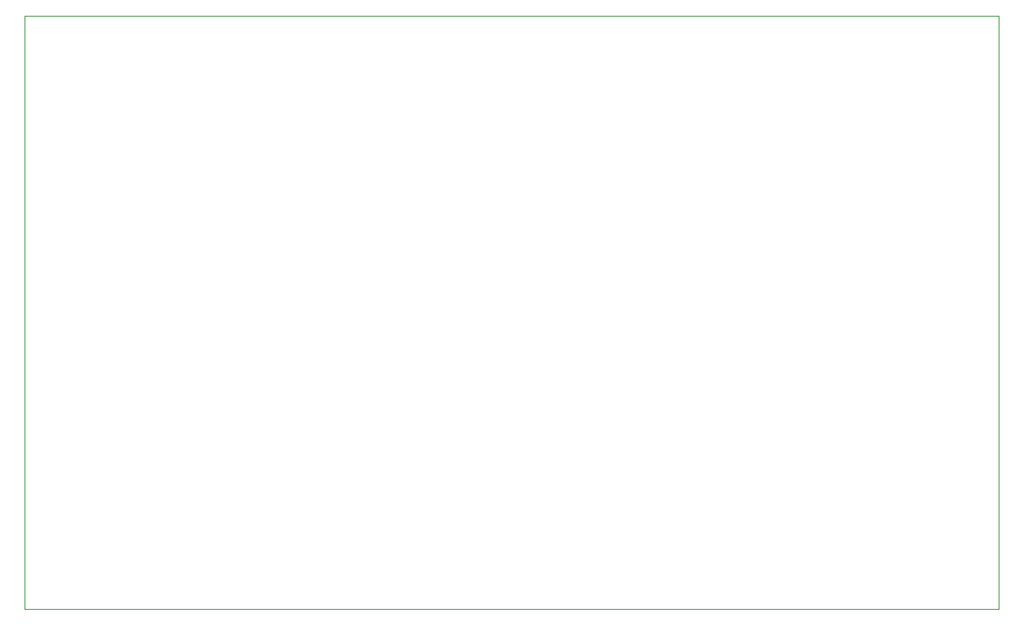
<source format=gbr>
%TF.GenerationSoftware,KiCad,Pcbnew,(6.0.2)*%
%TF.CreationDate,2022-03-03T16:36:36-08:00*%
%TF.ProjectId,PAMonitorV3,50414d6f-6e69-4746-9f72-56332e6b6963,rev?*%
%TF.SameCoordinates,Original*%
%TF.FileFunction,Profile,NP*%
%FSLAX46Y46*%
G04 Gerber Fmt 4.6, Leading zero omitted, Abs format (unit mm)*
G04 Created by KiCad (PCBNEW (6.0.2)) date 2022-03-03 16:36:36*
%MOMM*%
%LPD*%
G01*
G04 APERTURE LIST*
%TA.AperFunction,Profile*%
%ADD10C,0.100000*%
%TD*%
G04 APERTURE END LIST*
D10*
X67310000Y-88900000D02*
X171450000Y-88900000D01*
X171450000Y-88900000D02*
X171450000Y-152400000D01*
X171450000Y-152400000D02*
X67310000Y-152400000D01*
X67310000Y-152400000D02*
X67310000Y-88900000D01*
M02*

</source>
